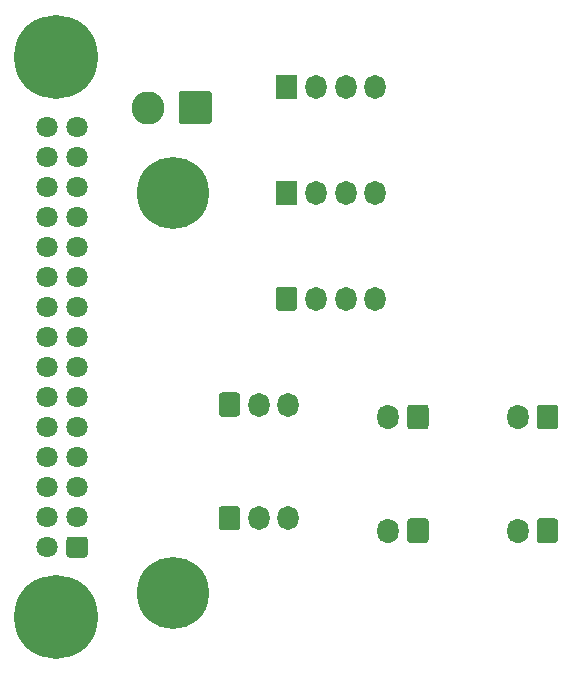
<source format=gbs>
G04 #@! TF.GenerationSoftware,KiCad,Pcbnew,(5.1.9)-1*
G04 #@! TF.CreationDate,2021-05-01T21:07:19-04:00*
G04 #@! TF.ProjectId,Transfer_Board,5472616e-7366-4657-925f-426f6172642e,rev?*
G04 #@! TF.SameCoordinates,Original*
G04 #@! TF.FileFunction,Soldermask,Bot*
G04 #@! TF.FilePolarity,Negative*
%FSLAX46Y46*%
G04 Gerber Fmt 4.6, Leading zero omitted, Abs format (unit mm)*
G04 Created by KiCad (PCBNEW (5.1.9)-1) date 2021-05-01 21:07:19*
%MOMM*%
%LPD*%
G01*
G04 APERTURE LIST*
%ADD10C,7.101600*%
%ADD11C,1.801600*%
%ADD12C,6.101600*%
%ADD13O,1.801600X2.051600*%
%ADD14O,1.801600X2.101600*%
%ADD15C,2.801600*%
G04 APERTURE END LIST*
D10*
X105700000Y-47565000D03*
X105700000Y-94935000D03*
D11*
X104960000Y-53470000D03*
X104960000Y-56010000D03*
X104960000Y-58550000D03*
X104960000Y-61090000D03*
X104960000Y-63630000D03*
X104960000Y-66170000D03*
X104960000Y-68710000D03*
X104960000Y-71250000D03*
X104960000Y-73790000D03*
X104960000Y-76330000D03*
X104960000Y-78870000D03*
X104960000Y-81410000D03*
X104960000Y-83950000D03*
X104960000Y-86490000D03*
X104960000Y-89030000D03*
X107500000Y-53470000D03*
X107500000Y-56010000D03*
X107500000Y-58550000D03*
X107500000Y-61090000D03*
X107500000Y-63630000D03*
X107500000Y-66170000D03*
X107500000Y-68710000D03*
X107500000Y-71250000D03*
X107500000Y-73790000D03*
X107500000Y-76330000D03*
X107500000Y-78870000D03*
X107500000Y-81410000D03*
X107500000Y-83950000D03*
X107500000Y-86490000D03*
G36*
G01*
X108400800Y-88394141D02*
X108400800Y-89665859D01*
G75*
G02*
X108135859Y-89930800I-264941J0D01*
G01*
X106864141Y-89930800D01*
G75*
G02*
X106599200Y-89665859I0J264941D01*
G01*
X106599200Y-88394141D01*
G75*
G02*
X106864141Y-88129200I264941J0D01*
G01*
X108135859Y-88129200D01*
G75*
G02*
X108400800Y-88394141I0J-264941D01*
G01*
G37*
D12*
X115600000Y-92900000D03*
X115600000Y-59000000D03*
D13*
X132730000Y-68000000D03*
X130230000Y-68000000D03*
X127730000Y-68000000D03*
G36*
G01*
X124329200Y-68760859D02*
X124329200Y-67239141D01*
G75*
G02*
X124594141Y-66974200I264941J0D01*
G01*
X125865859Y-66974200D01*
G75*
G02*
X126130800Y-67239141I0J-264941D01*
G01*
X126130800Y-68760859D01*
G75*
G02*
X125865859Y-69025800I-264941J0D01*
G01*
X124594141Y-69025800D01*
G75*
G02*
X124329200Y-68760859I0J264941D01*
G01*
G37*
D14*
X133858000Y-78000000D03*
G36*
G01*
X137258800Y-77214141D02*
X137258800Y-78785859D01*
G75*
G02*
X136993859Y-79050800I-264941J0D01*
G01*
X135722141Y-79050800D01*
G75*
G02*
X135457200Y-78785859I0J264941D01*
G01*
X135457200Y-77214141D01*
G75*
G02*
X135722141Y-76949200I264941J0D01*
G01*
X136993859Y-76949200D01*
G75*
G02*
X137258800Y-77214141I0J-264941D01*
G01*
G37*
D13*
X132730000Y-59025000D03*
X130230000Y-59025000D03*
X127730000Y-59025000D03*
G36*
G01*
X124329200Y-60000000D02*
X124329200Y-58050000D01*
G75*
G02*
X124380000Y-57999200I50800J0D01*
G01*
X126080000Y-57999200D01*
G75*
G02*
X126130800Y-58050000I0J-50800D01*
G01*
X126130800Y-60000000D01*
G75*
G02*
X126080000Y-60050800I-50800J0D01*
G01*
X124380000Y-60050800D01*
G75*
G02*
X124329200Y-60000000I0J50800D01*
G01*
G37*
X125396000Y-76950000D03*
X122896000Y-76950000D03*
G36*
G01*
X119495200Y-77710859D02*
X119495200Y-76189141D01*
G75*
G02*
X119760141Y-75924200I264941J0D01*
G01*
X121031859Y-75924200D01*
G75*
G02*
X121296800Y-76189141I0J-264941D01*
G01*
X121296800Y-77710859D01*
G75*
G02*
X121031859Y-77975800I-264941J0D01*
G01*
X119760141Y-77975800D01*
G75*
G02*
X119495200Y-77710859I0J264941D01*
G01*
G37*
D14*
X133858000Y-87630000D03*
G36*
G01*
X137258800Y-86844141D02*
X137258800Y-88415859D01*
G75*
G02*
X136993859Y-88680800I-264941J0D01*
G01*
X135722141Y-88680800D01*
G75*
G02*
X135457200Y-88415859I0J264941D01*
G01*
X135457200Y-86844141D01*
G75*
G02*
X135722141Y-86579200I264941J0D01*
G01*
X136993859Y-86579200D01*
G75*
G02*
X137258800Y-86844141I0J-264941D01*
G01*
G37*
G36*
G01*
X148220800Y-86844141D02*
X148220800Y-88415859D01*
G75*
G02*
X147955859Y-88680800I-264941J0D01*
G01*
X146684141Y-88680800D01*
G75*
G02*
X146419200Y-88415859I0J264941D01*
G01*
X146419200Y-86844141D01*
G75*
G02*
X146684141Y-86579200I264941J0D01*
G01*
X147955859Y-86579200D01*
G75*
G02*
X148220800Y-86844141I0J-264941D01*
G01*
G37*
X144820000Y-87630000D03*
D13*
X132730000Y-50050000D03*
X130230000Y-50050000D03*
X127730000Y-50050000D03*
G36*
G01*
X124329200Y-51025000D02*
X124329200Y-49075000D01*
G75*
G02*
X124380000Y-49024200I50800J0D01*
G01*
X126080000Y-49024200D01*
G75*
G02*
X126130800Y-49075000I0J-50800D01*
G01*
X126130800Y-51025000D01*
G75*
G02*
X126080000Y-51075800I-50800J0D01*
G01*
X124380000Y-51075800D01*
G75*
G02*
X124329200Y-51025000I0J50800D01*
G01*
G37*
G36*
G01*
X148220800Y-77214141D02*
X148220800Y-78785859D01*
G75*
G02*
X147955859Y-79050800I-264941J0D01*
G01*
X146684141Y-79050800D01*
G75*
G02*
X146419200Y-78785859I0J264941D01*
G01*
X146419200Y-77214141D01*
G75*
G02*
X146684141Y-76949200I264941J0D01*
G01*
X147955859Y-76949200D01*
G75*
G02*
X148220800Y-77214141I0J-264941D01*
G01*
G37*
D14*
X144820000Y-78000000D03*
G36*
G01*
X118900800Y-50658608D02*
X118900800Y-52941392D01*
G75*
G02*
X118641392Y-53200800I-259408J0D01*
G01*
X116358608Y-53200800D01*
G75*
G02*
X116099200Y-52941392I0J259408D01*
G01*
X116099200Y-50658608D01*
G75*
G02*
X116358608Y-50399200I259408J0D01*
G01*
X118641392Y-50399200D01*
G75*
G02*
X118900800Y-50658608I0J-259408D01*
G01*
G37*
D15*
X113540000Y-51800000D03*
D13*
X125396000Y-86580000D03*
X122896000Y-86580000D03*
G36*
G01*
X119495200Y-87340859D02*
X119495200Y-85819141D01*
G75*
G02*
X119760141Y-85554200I264941J0D01*
G01*
X121031859Y-85554200D01*
G75*
G02*
X121296800Y-85819141I0J-264941D01*
G01*
X121296800Y-87340859D01*
G75*
G02*
X121031859Y-87605800I-264941J0D01*
G01*
X119760141Y-87605800D01*
G75*
G02*
X119495200Y-87340859I0J264941D01*
G01*
G37*
M02*

</source>
